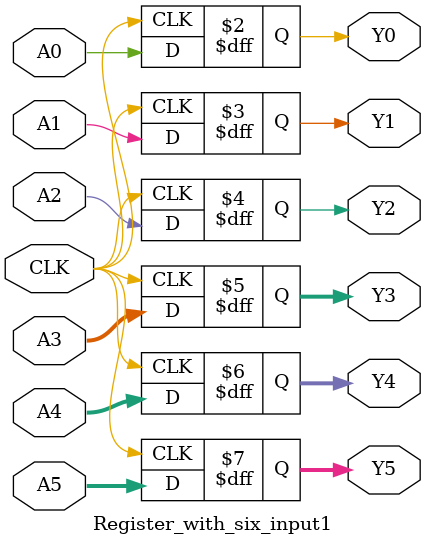
<source format=v>
`timescale 1ns / 1ps


module Register_with_six_input1(
input  A0,
input  A1,
input  A2,
input [31:0] A3,
input [4:0] A4,
input [31:0] A5,
input CLK,
output reg Y0,
output reg Y1,
output reg Y2,
output reg[31:0] Y3,
output reg[4:0] Y4,
output reg[31:0] Y5
    );
    always@(posedge CLK)
       begin
          Y0=A0;
          Y1=A1;
          Y2=A2;  
          Y3=A3;
          Y4=A4;
          Y5=A5;        
       end    
endmodule

</source>
